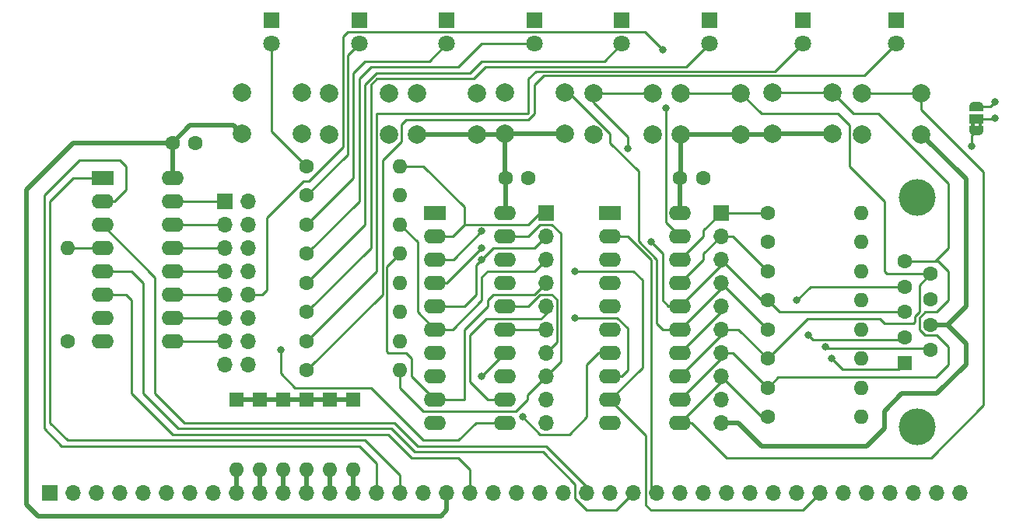
<source format=gbr>
G04 #@! TF.GenerationSoftware,KiCad,Pcbnew,8.0.3*
G04 #@! TF.CreationDate,2024-07-14T21:47:18+02:00*
G04 #@! TF.ProjectId,aZ80_DIO,615a3830-5f44-4494-9f2e-6b696361645f,rev?*
G04 #@! TF.SameCoordinates,Original*
G04 #@! TF.FileFunction,Copper,L1,Top*
G04 #@! TF.FilePolarity,Positive*
%FSLAX46Y46*%
G04 Gerber Fmt 4.6, Leading zero omitted, Abs format (unit mm)*
G04 Created by KiCad (PCBNEW 8.0.3) date 2024-07-14 21:47:18*
%MOMM*%
%LPD*%
G01*
G04 APERTURE LIST*
G04 Aperture macros list*
%AMFreePoly0*
4,1,19,0.550000,-0.750000,0.000000,-0.750000,0.000000,-0.744911,-0.071157,-0.744911,-0.207708,-0.704816,-0.327430,-0.627875,-0.420627,-0.520320,-0.479746,-0.390866,-0.500000,-0.250000,-0.500000,0.250000,-0.479746,0.390866,-0.420627,0.520320,-0.327430,0.627875,-0.207708,0.704816,-0.071157,0.744911,0.000000,0.744911,0.000000,0.750000,0.550000,0.750000,0.550000,-0.750000,0.550000,-0.750000,
$1*%
%AMFreePoly1*
4,1,19,0.000000,0.744911,0.071157,0.744911,0.207708,0.704816,0.327430,0.627875,0.420627,0.520320,0.479746,0.390866,0.500000,0.250000,0.500000,-0.250000,0.479746,-0.390866,0.420627,-0.520320,0.327430,-0.627875,0.207708,-0.704816,0.071157,-0.744911,0.000000,-0.744911,0.000000,-0.750000,-0.550000,-0.750000,-0.550000,0.750000,0.000000,0.750000,0.000000,0.744911,0.000000,0.744911,
$1*%
G04 Aperture macros list end*
G04 #@! TA.AperFunction,EtchedComponent*
%ADD10C,0.000000*%
G04 #@! TD*
G04 #@! TA.AperFunction,SMDPad,CuDef*
%ADD11FreePoly0,90.000000*%
G04 #@! TD*
G04 #@! TA.AperFunction,SMDPad,CuDef*
%ADD12R,1.500000X1.000000*%
G04 #@! TD*
G04 #@! TA.AperFunction,SMDPad,CuDef*
%ADD13FreePoly1,90.000000*%
G04 #@! TD*
G04 #@! TA.AperFunction,ComponentPad*
%ADD14C,4.000000*%
G04 #@! TD*
G04 #@! TA.AperFunction,ComponentPad*
%ADD15R,1.600000X1.600000*%
G04 #@! TD*
G04 #@! TA.AperFunction,ComponentPad*
%ADD16C,1.600000*%
G04 #@! TD*
G04 #@! TA.AperFunction,ComponentPad*
%ADD17O,1.600000X1.600000*%
G04 #@! TD*
G04 #@! TA.AperFunction,ComponentPad*
%ADD18R,2.400000X1.600000*%
G04 #@! TD*
G04 #@! TA.AperFunction,ComponentPad*
%ADD19O,2.400000X1.600000*%
G04 #@! TD*
G04 #@! TA.AperFunction,ComponentPad*
%ADD20R,1.800000X1.800000*%
G04 #@! TD*
G04 #@! TA.AperFunction,ComponentPad*
%ADD21C,1.800000*%
G04 #@! TD*
G04 #@! TA.AperFunction,ComponentPad*
%ADD22C,2.000000*%
G04 #@! TD*
G04 #@! TA.AperFunction,ComponentPad*
%ADD23R,1.700000X1.700000*%
G04 #@! TD*
G04 #@! TA.AperFunction,ComponentPad*
%ADD24O,1.700000X1.700000*%
G04 #@! TD*
G04 #@! TA.AperFunction,ViaPad*
%ADD25C,0.800000*%
G04 #@! TD*
G04 #@! TA.AperFunction,Conductor*
%ADD26C,0.250000*%
G04 #@! TD*
G04 #@! TA.AperFunction,Conductor*
%ADD27C,0.500000*%
G04 #@! TD*
G04 APERTURE END LIST*
D10*
G04 #@! TA.AperFunction,EtchedComponent*
G36*
X189538000Y-70018000D02*
G01*
X189138000Y-70018000D01*
X189138000Y-69518000D01*
X189538000Y-69518000D01*
X189538000Y-70018000D01*
G37*
G04 #@! TD.AperFunction*
G04 #@! TA.AperFunction,EtchedComponent*
G36*
X190338000Y-70018000D02*
G01*
X189938000Y-70018000D01*
X189938000Y-69518000D01*
X190338000Y-69518000D01*
X190338000Y-70018000D01*
G37*
G04 #@! TD.AperFunction*
D11*
X189738000Y-70418000D03*
D12*
X189738000Y-69118000D03*
D13*
X189738000Y-67818000D03*
D14*
X183319669Y-102680000D03*
X183319669Y-77680000D03*
D15*
X181899669Y-95720000D03*
D16*
X181899669Y-92950000D03*
X181899669Y-90180000D03*
X181899669Y-87410000D03*
X181899669Y-84640000D03*
X184739669Y-94335000D03*
X184739669Y-91565000D03*
X184739669Y-88795000D03*
X184739669Y-86025000D03*
X116840000Y-80645000D03*
D17*
X127000000Y-80645000D03*
D15*
X116840000Y-99695000D03*
D17*
X116840000Y-107315000D03*
D16*
X167005000Y-85725000D03*
D17*
X177165000Y-85725000D03*
D16*
X102235000Y-71755000D03*
X104735000Y-71755000D03*
D15*
X114300000Y-99695000D03*
D17*
X114300000Y-107315000D03*
D16*
X116840000Y-83820000D03*
D17*
X127000000Y-83820000D03*
D18*
X149860000Y-79375000D03*
D19*
X149860000Y-81915000D03*
X149860000Y-84455000D03*
X149860000Y-86995000D03*
X149860000Y-89535000D03*
X149860000Y-92075000D03*
X149860000Y-94615000D03*
X149860000Y-97155000D03*
X149860000Y-99695000D03*
X149860000Y-102235000D03*
X157480000Y-102235000D03*
X157480000Y-99695000D03*
X157480000Y-97155000D03*
X157480000Y-94615000D03*
X157480000Y-92075000D03*
X157480000Y-89535000D03*
X157480000Y-86995000D03*
X157480000Y-84455000D03*
X157480000Y-81915000D03*
X157480000Y-79375000D03*
D20*
X122555000Y-58420000D03*
D21*
X122555000Y-60960000D03*
D22*
X109780000Y-66275000D03*
X116280000Y-66275000D03*
X109780000Y-70775000D03*
X116280000Y-70775000D03*
D20*
X151130000Y-58420000D03*
D21*
X151130000Y-60960000D03*
D16*
X116840000Y-77470000D03*
D17*
X127000000Y-77470000D03*
D20*
X160655000Y-58420000D03*
D21*
X160655000Y-60960000D03*
D22*
X177240000Y-66330000D03*
X183740000Y-66330000D03*
X177240000Y-70830000D03*
X183740000Y-70830000D03*
D20*
X132080000Y-58420000D03*
D21*
X132080000Y-60960000D03*
D16*
X167005000Y-79375000D03*
D17*
X177165000Y-79375000D03*
D16*
X167005000Y-98425000D03*
D17*
X177165000Y-98425000D03*
D16*
X116840000Y-90170000D03*
D17*
X127000000Y-90170000D03*
D16*
X167005000Y-101600000D03*
D17*
X177165000Y-101600000D03*
D22*
X119305000Y-66330000D03*
X125805000Y-66330000D03*
X119305000Y-70830000D03*
X125805000Y-70830000D03*
D23*
X161925000Y-79375000D03*
D24*
X161925000Y-81915000D03*
X161925000Y-84455000D03*
X161925000Y-86995000D03*
X161925000Y-89535000D03*
X161925000Y-92075000D03*
X161925000Y-94615000D03*
X161925000Y-97155000D03*
X161925000Y-99695000D03*
X161925000Y-102235000D03*
D15*
X109220000Y-99695000D03*
D17*
X109220000Y-107315000D03*
D15*
X111760000Y-99695000D03*
D17*
X111760000Y-107315000D03*
D16*
X167005000Y-82550000D03*
D17*
X177165000Y-82550000D03*
D16*
X138450000Y-75565000D03*
X140950000Y-75565000D03*
D18*
X94600000Y-75580000D03*
D19*
X94600000Y-78120000D03*
X94600000Y-80660000D03*
X94600000Y-83200000D03*
X94600000Y-85740000D03*
X94600000Y-88280000D03*
X94600000Y-90820000D03*
X94600000Y-93360000D03*
X102220000Y-93360000D03*
X102220000Y-90820000D03*
X102220000Y-88280000D03*
X102220000Y-85740000D03*
X102220000Y-83200000D03*
X102220000Y-80660000D03*
X102220000Y-78120000D03*
X102220000Y-75580000D03*
D16*
X116840000Y-86995000D03*
D17*
X127000000Y-86995000D03*
D18*
X130810000Y-79375000D03*
D19*
X130810000Y-81915000D03*
X130810000Y-84455000D03*
X130810000Y-86995000D03*
X130810000Y-89535000D03*
X130810000Y-92075000D03*
X130810000Y-94615000D03*
X130810000Y-97155000D03*
X130810000Y-99695000D03*
X130810000Y-102235000D03*
X138430000Y-102235000D03*
X138430000Y-99695000D03*
X138430000Y-97155000D03*
X138430000Y-94615000D03*
X138430000Y-92075000D03*
X138430000Y-89535000D03*
X138430000Y-86995000D03*
X138430000Y-84455000D03*
X138430000Y-81915000D03*
X138430000Y-79375000D03*
D16*
X167005000Y-88900000D03*
D17*
X177165000Y-88900000D03*
D16*
X116840000Y-96520000D03*
D17*
X127000000Y-96520000D03*
D16*
X90805000Y-93345000D03*
D17*
X90805000Y-83185000D03*
D16*
X157480000Y-75565000D03*
X159980000Y-75565000D03*
D15*
X119380000Y-99695000D03*
D17*
X119380000Y-107315000D03*
D16*
X116840000Y-74295000D03*
D17*
X127000000Y-74295000D03*
D20*
X113030000Y-58420000D03*
D21*
X113030000Y-60960000D03*
D22*
X148030000Y-66330000D03*
X154530000Y-66330000D03*
X148030000Y-70830000D03*
X154530000Y-70830000D03*
D16*
X116840000Y-93345000D03*
D17*
X127000000Y-93345000D03*
D22*
X128830000Y-66330000D03*
X135330000Y-66330000D03*
X128830000Y-70830000D03*
X135330000Y-70830000D03*
D20*
X170815000Y-58420000D03*
D21*
X170815000Y-60960000D03*
D15*
X121920000Y-99695000D03*
D17*
X121920000Y-107315000D03*
D20*
X141605000Y-58420000D03*
D21*
X141605000Y-60960000D03*
D16*
X167005000Y-92075000D03*
D17*
X177165000Y-92075000D03*
D22*
X167565000Y-66275000D03*
X174065000Y-66275000D03*
X167565000Y-70775000D03*
X174065000Y-70775000D03*
D20*
X180975000Y-58420000D03*
D21*
X180975000Y-60960000D03*
D23*
X107950000Y-78105000D03*
D24*
X110490000Y-78105000D03*
X107950000Y-80645000D03*
X110490000Y-80645000D03*
X107950000Y-83185000D03*
X110490000Y-83185000D03*
X107950000Y-85725000D03*
X110490000Y-85725000D03*
X107950000Y-88265000D03*
X110490000Y-88265000D03*
X107950000Y-90805000D03*
X110490000Y-90805000D03*
X107950000Y-93345000D03*
X110490000Y-93345000D03*
X107950000Y-95885000D03*
X110490000Y-95885000D03*
D23*
X142875000Y-79375000D03*
D24*
X142875000Y-81915000D03*
X142875000Y-84455000D03*
X142875000Y-86995000D03*
X142875000Y-89535000D03*
X142875000Y-92075000D03*
X142875000Y-94615000D03*
X142875000Y-97155000D03*
X142875000Y-99695000D03*
X142875000Y-102235000D03*
D22*
X138430000Y-66275000D03*
X144930000Y-66275000D03*
X138430000Y-70775000D03*
X144930000Y-70775000D03*
D16*
X167005000Y-95250000D03*
D17*
X177165000Y-95250000D03*
D22*
X157555000Y-66330000D03*
X164055000Y-66330000D03*
X157555000Y-70830000D03*
X164055000Y-70830000D03*
D23*
X88900000Y-109855000D03*
D24*
X91440000Y-109855000D03*
X93980000Y-109855000D03*
X96520000Y-109855000D03*
X99060000Y-109855000D03*
X101600000Y-109855000D03*
X104140000Y-109855000D03*
X106680000Y-109855000D03*
X109220000Y-109855000D03*
X111760000Y-109855000D03*
X114300000Y-109855000D03*
X116840000Y-109855000D03*
X119380000Y-109855000D03*
X121920000Y-109855000D03*
X124460000Y-109855000D03*
X127000000Y-109855000D03*
X129540000Y-109855000D03*
X132080000Y-109855000D03*
X134620000Y-109855000D03*
X137160000Y-109855000D03*
X139700000Y-109855000D03*
X142240000Y-109855000D03*
X144780000Y-109855000D03*
X147320000Y-109855000D03*
X149860000Y-109855000D03*
X152400000Y-109855000D03*
X154940000Y-109855000D03*
X157480000Y-109855000D03*
X160020000Y-109855000D03*
X162560000Y-109855000D03*
X165100000Y-109855000D03*
X167640000Y-109855000D03*
X170180000Y-109855000D03*
X172720000Y-109855000D03*
X175260000Y-109855000D03*
X177800000Y-109855000D03*
X180340000Y-109855000D03*
X182880000Y-109855000D03*
X185420000Y-109855000D03*
X187960000Y-109855000D03*
D25*
X191770000Y-67310000D03*
X189230000Y-72136000D03*
X191770000Y-69088000D03*
X146050000Y-85725000D03*
X146050000Y-90805000D03*
X135890000Y-97155000D03*
X140335000Y-101600000D03*
X135890000Y-83185000D03*
X135890000Y-81369500D03*
X173265500Y-93980000D03*
X151765000Y-72390000D03*
X170180000Y-88900000D03*
X154305000Y-82550000D03*
X171450000Y-92710000D03*
X173990000Y-95250000D03*
X155575000Y-61595000D03*
X155955000Y-67945000D03*
X113982500Y-94297500D03*
X135890000Y-84455000D03*
D26*
X189738000Y-67818000D02*
X191262000Y-67818000D01*
X191262000Y-67818000D02*
X191770000Y-67310000D01*
X191740000Y-69118000D02*
X189738000Y-69118000D01*
X191770000Y-69088000D02*
X191740000Y-69118000D01*
X189230000Y-70926000D02*
X189738000Y-70418000D01*
X189230000Y-72136000D02*
X189230000Y-70926000D01*
D27*
X182980000Y-109450000D02*
X182980000Y-110000000D01*
D26*
X153765000Y-111220000D02*
X154305000Y-111760000D01*
X149860000Y-99695000D02*
X153765000Y-103600000D01*
X153765000Y-103600000D02*
X153765000Y-111220000D01*
X154305000Y-111760000D02*
X170815000Y-111760000D01*
X153351104Y-96203896D02*
X149860000Y-99695000D01*
X146050000Y-85725000D02*
X152400000Y-85725000D01*
X153351104Y-86676104D02*
X153351104Y-96203896D01*
X170815000Y-111760000D02*
X172720000Y-109855000D01*
X152400000Y-85725000D02*
X153351104Y-86676104D01*
X150640000Y-90805000D02*
X151765000Y-91930000D01*
X151130000Y-97155000D02*
X149860000Y-97155000D01*
X146050000Y-90805000D02*
X150640000Y-90805000D01*
X151765000Y-96520000D02*
X151130000Y-97155000D01*
X151765000Y-91930000D02*
X151765000Y-96520000D01*
X137702399Y-95342601D02*
X135890000Y-97155000D01*
X138430000Y-94615000D02*
X137702399Y-95342601D01*
X147320000Y-101600000D02*
X147320000Y-95885000D01*
X140335000Y-101600000D02*
X142240000Y-103505000D01*
X148590000Y-94615000D02*
X149860000Y-94615000D01*
X147320000Y-95885000D02*
X148590000Y-94615000D01*
X145415000Y-103505000D02*
X147320000Y-101600000D01*
X142240000Y-103505000D02*
X145415000Y-103505000D01*
X132080000Y-86995000D02*
X135890000Y-83185000D01*
X130810000Y-86995000D02*
X132080000Y-86995000D01*
X154304302Y-84455698D02*
X154304302Y-109219302D01*
X132804500Y-84455000D02*
X135890000Y-81369500D01*
X149860000Y-81915000D02*
X151763604Y-81915000D01*
X154304302Y-109219302D02*
X154940000Y-109855000D01*
X151763604Y-81915000D02*
X154304302Y-84455698D01*
X130810000Y-84455000D02*
X132804500Y-84455000D01*
X97805000Y-85740000D02*
X99060000Y-86995000D01*
X146050000Y-108902500D02*
X146050000Y-110490000D01*
X142557500Y-105410000D02*
X146050000Y-108902500D01*
X99060000Y-99060000D02*
X102870000Y-102870000D01*
X94600000Y-85740000D02*
X97805000Y-85740000D01*
X99060000Y-86995000D02*
X99060000Y-99060000D01*
X147320000Y-111760000D02*
X150495000Y-111760000D01*
X128586802Y-105410000D02*
X142557500Y-105410000D01*
X126046802Y-102870000D02*
X128586802Y-105410000D01*
X150495000Y-111760000D02*
X152400000Y-109855000D01*
X102870000Y-102870000D02*
X126046802Y-102870000D01*
X146050000Y-110490000D02*
X147320000Y-111760000D01*
X94600000Y-80660000D02*
X100330000Y-86390000D01*
X147320000Y-109220000D02*
X147320000Y-109855000D01*
X100330000Y-86390000D02*
X100330000Y-99060000D01*
X126365000Y-102235000D02*
X128905000Y-104775000D01*
X103505000Y-102235000D02*
X126365000Y-102235000D01*
X100330000Y-99060000D02*
X103505000Y-102235000D01*
X128905000Y-104775000D02*
X142875000Y-104775000D01*
X142875000Y-104775000D02*
X147320000Y-109220000D01*
X97790000Y-88900000D02*
X97790000Y-99060000D01*
X95265000Y-88280000D02*
X94600000Y-88280000D01*
X128270000Y-106045000D02*
X133350000Y-106045000D01*
X97170000Y-88280000D02*
X97790000Y-88900000D01*
X97790000Y-99060000D02*
X102235000Y-103505000D01*
X94600000Y-88280000D02*
X97170000Y-88280000D01*
X134620000Y-107315000D02*
X134620000Y-109855000D01*
X125730000Y-103505000D02*
X128270000Y-106045000D01*
X133350000Y-106045000D02*
X134620000Y-107315000D01*
X102235000Y-103505000D02*
X125730000Y-103505000D01*
D27*
X132080000Y-111760000D02*
X131445000Y-112395000D01*
X161925000Y-102235000D02*
X163830000Y-102235000D01*
X188595000Y-89535000D02*
X186565000Y-91565000D01*
X186565000Y-91565000D02*
X184739669Y-91565000D01*
D26*
X102220000Y-72365000D02*
X102235000Y-72350000D01*
D27*
X102235000Y-75565000D02*
X102220000Y-75580000D01*
X86360000Y-111125000D02*
X86360000Y-76835000D01*
X128830000Y-70830000D02*
X135330000Y-70830000D01*
X185420000Y-99060000D02*
X188595000Y-95885000D01*
X177800000Y-104775000D02*
X179705000Y-102870000D01*
X108855000Y-69850000D02*
X109780000Y-70775000D01*
X157555000Y-75490000D02*
X157480000Y-75565000D01*
D26*
X102220000Y-75580000D02*
X102220000Y-74945000D01*
X102220000Y-74945000D02*
X102235000Y-74930000D01*
D27*
X166370000Y-104775000D02*
X177800000Y-104775000D01*
X157480000Y-75565000D02*
X157480000Y-79375000D01*
X188595000Y-93595000D02*
X186565000Y-91565000D01*
X102235000Y-71755000D02*
X104140000Y-69850000D01*
X138430000Y-70775000D02*
X138430000Y-75545000D01*
X157555000Y-70830000D02*
X157555000Y-75490000D01*
X179705000Y-102870000D02*
X179705000Y-100965000D01*
X102235000Y-71755000D02*
X102235000Y-75565000D01*
X179705000Y-100965000D02*
X181610000Y-99060000D01*
X138450000Y-79355000D02*
X138430000Y-79375000D01*
X138375000Y-70830000D02*
X138430000Y-70775000D01*
X86360000Y-76835000D02*
X91440000Y-71755000D01*
X104140000Y-69850000D02*
X108855000Y-69850000D01*
X135330000Y-70830000D02*
X138375000Y-70830000D01*
X119250000Y-70775000D02*
X119305000Y-70830000D01*
X147975000Y-70775000D02*
X148030000Y-70830000D01*
X138450000Y-75565000D02*
X138450000Y-79355000D01*
X164055000Y-70830000D02*
X167510000Y-70830000D01*
X181610000Y-99060000D02*
X185420000Y-99060000D01*
X163830000Y-102235000D02*
X166370000Y-104775000D01*
X138430000Y-75545000D02*
X138450000Y-75565000D01*
X167510000Y-70830000D02*
X167565000Y-70775000D01*
X138430000Y-70775000D02*
X144930000Y-70775000D01*
X91440000Y-71755000D02*
X102235000Y-71755000D01*
X132080000Y-109855000D02*
X132080000Y-111760000D01*
X183740000Y-70830000D02*
X188595000Y-75685000D01*
X188595000Y-75685000D02*
X188595000Y-89535000D01*
X131445000Y-112395000D02*
X87630000Y-112395000D01*
X87630000Y-112395000D02*
X86360000Y-111125000D01*
X167565000Y-70775000D02*
X174065000Y-70775000D01*
X157555000Y-70830000D02*
X164055000Y-70830000D01*
X188595000Y-95885000D02*
X188595000Y-93595000D01*
D26*
X94580000Y-75560000D02*
X94600000Y-75580000D01*
X90805000Y-104140000D02*
X88900000Y-102235000D01*
X88900000Y-102235000D02*
X88900000Y-78105000D01*
X127000000Y-107950000D02*
X123190000Y-104140000D01*
X123190000Y-104140000D02*
X90805000Y-104140000D01*
X91425000Y-75580000D02*
X94600000Y-75580000D01*
X88900000Y-78105000D02*
X91425000Y-75580000D01*
X127000000Y-109855000D02*
X127000000Y-107950000D01*
X95870000Y-78120000D02*
X94600000Y-78120000D01*
X88265000Y-77470000D02*
X92075000Y-73660000D01*
X97155000Y-76835000D02*
X95870000Y-78120000D01*
X97155000Y-74295000D02*
X97155000Y-76835000D01*
X96520000Y-73660000D02*
X97155000Y-74295000D01*
X122555000Y-104775000D02*
X90170000Y-104775000D01*
X88265000Y-102870000D02*
X88265000Y-77470000D01*
X92075000Y-73660000D02*
X96520000Y-73660000D01*
X90170000Y-104775000D02*
X88265000Y-102870000D01*
X124460000Y-109855000D02*
X124460000Y-106680000D01*
X124460000Y-106680000D02*
X122555000Y-104775000D01*
D27*
X121920000Y-109855000D02*
X121920000Y-107315000D01*
X119380000Y-109855000D02*
X119380000Y-107315000D01*
X116840000Y-109855000D02*
X116840000Y-107315000D01*
X114300000Y-109855000D02*
X114300000Y-107315000D01*
X111760000Y-109855000D02*
X111760000Y-107315000D01*
X109220000Y-109855000D02*
X109220000Y-107315000D01*
D26*
X113030000Y-70485000D02*
X113030000Y-60960000D01*
X116840000Y-74295000D02*
X113030000Y-70485000D01*
X121285000Y-73025000D02*
X121285000Y-62230000D01*
X116840000Y-77470000D02*
X121285000Y-73025000D01*
X121285000Y-62230000D02*
X122555000Y-60960000D01*
X121920000Y-64135000D02*
X123190000Y-62865000D01*
X121920000Y-75565000D02*
X121920000Y-64135000D01*
X116840000Y-80645000D02*
X121920000Y-75565000D01*
X123190000Y-62865000D02*
X130175000Y-62865000D01*
X130175000Y-62865000D02*
X132080000Y-60960000D01*
X135890000Y-60960000D02*
X141605000Y-60960000D01*
X123825000Y-63500000D02*
X133350000Y-63500000D01*
X122555000Y-64770000D02*
X123825000Y-63500000D01*
X122555000Y-78105000D02*
X122555000Y-64770000D01*
X116840000Y-83820000D02*
X122555000Y-78105000D01*
X133350000Y-63500000D02*
X135890000Y-60960000D01*
X124460000Y-64135000D02*
X134620000Y-64135000D01*
X135890000Y-62865000D02*
X149225000Y-62865000D01*
X123190000Y-80645000D02*
X123190000Y-65405000D01*
X134620000Y-64135000D02*
X135890000Y-62865000D01*
X123190000Y-65405000D02*
X124460000Y-64135000D01*
X149225000Y-62865000D02*
X151130000Y-60960000D01*
X116840000Y-86995000D02*
X123190000Y-80645000D01*
X123825698Y-83184302D02*
X116840000Y-90170000D01*
X158115000Y-63500000D02*
X136286166Y-63500000D01*
X136286166Y-63500000D02*
X135016166Y-64770000D01*
X124461396Y-64770000D02*
X123825698Y-65405698D01*
X135016166Y-64770000D02*
X124461396Y-64770000D01*
X123825698Y-65405698D02*
X123825698Y-83184302D01*
X160655000Y-60960000D02*
X158115000Y-63500000D01*
X140970000Y-64770000D02*
X140970000Y-68580000D01*
X141790000Y-63950000D02*
X140970000Y-64770000D01*
X140970000Y-68580000D02*
X124460000Y-68580000D01*
X124460000Y-68580000D02*
X124460000Y-85725000D01*
X124460000Y-85725000D02*
X116840000Y-93345000D01*
X167825000Y-63950000D02*
X141790000Y-63950000D01*
X170815000Y-60960000D02*
X167825000Y-63950000D01*
X127130000Y-69720000D02*
X127130000Y-71625000D01*
X116840000Y-96520000D02*
X125095000Y-88265000D01*
X127635000Y-69215000D02*
X127130000Y-69720000D01*
X140971396Y-69215000D02*
X141605000Y-68581396D01*
X127130000Y-71625000D02*
X125095000Y-73660000D01*
X177535000Y-64400000D02*
X180975000Y-60960000D01*
X142610000Y-64400000D02*
X177535000Y-64400000D01*
X141605000Y-65405000D02*
X142610000Y-64400000D01*
X125095000Y-88265000D02*
X125095000Y-73660000D01*
X127635000Y-69215000D02*
X140971396Y-69215000D01*
X141605000Y-68581396D02*
X141605000Y-65405000D01*
X94585000Y-83185000D02*
X94600000Y-83200000D01*
X90805000Y-83185000D02*
X90820000Y-83200000D01*
D27*
X121920000Y-99695000D02*
X119380000Y-99695000D01*
X119380000Y-99695000D02*
X116840000Y-99695000D01*
X116840000Y-99695000D02*
X114300000Y-99695000D01*
D26*
X90805000Y-83185000D02*
X94585000Y-83185000D01*
D27*
X111760000Y-99695000D02*
X109220000Y-99695000D01*
X114300000Y-99695000D02*
X111760000Y-99695000D01*
D26*
X183515000Y-87249669D02*
X184739669Y-86025000D01*
X179705000Y-78105000D02*
X179705000Y-85725000D01*
X175895000Y-74295000D02*
X179705000Y-78105000D01*
X180005000Y-86025000D02*
X184739669Y-86025000D01*
X174625000Y-68580000D02*
X175895000Y-69850000D01*
X157555000Y-66330000D02*
X164055000Y-66330000D01*
X161925000Y-92710000D02*
X157480000Y-97155000D01*
X171305000Y-90950000D02*
X179215000Y-90950000D01*
X164055000Y-66330000D02*
X166305000Y-68580000D01*
X179705000Y-91440000D02*
X182880000Y-91440000D01*
X182880000Y-91440000D02*
X183065000Y-91255000D01*
X179705000Y-85725000D02*
X180005000Y-86025000D01*
X161925000Y-92075000D02*
X163830000Y-92075000D01*
X183065000Y-90618604D02*
X183515000Y-90168604D01*
X167005000Y-95250000D02*
X171305000Y-90950000D01*
X161925000Y-92075000D02*
X161925000Y-92710000D01*
X175895000Y-69850000D02*
X175895000Y-74295000D01*
X163830000Y-92075000D02*
X167005000Y-95250000D01*
X183065000Y-91255000D02*
X183065000Y-90618604D01*
X166305000Y-68580000D02*
X174625000Y-68580000D01*
X183515000Y-90168604D02*
X183515000Y-87249669D01*
X179215000Y-90950000D02*
X179705000Y-91440000D01*
X161925000Y-90170000D02*
X157480000Y-94615000D01*
X173265500Y-93980000D02*
X173410500Y-94125000D01*
X148030000Y-67385000D02*
X148030000Y-66330000D01*
X151765000Y-72390000D02*
X151765000Y-71120000D01*
X151765000Y-71120000D02*
X148030000Y-67385000D01*
X161925000Y-89535000D02*
X161925000Y-90170000D01*
X173410500Y-94125000D02*
X184529669Y-94125000D01*
X184529669Y-94125000D02*
X184739669Y-94335000D01*
X148030000Y-66330000D02*
X154530000Y-66330000D01*
X186690000Y-85725000D02*
X185605000Y-84640000D01*
X185420000Y-92710000D02*
X184150000Y-92710000D01*
X163195000Y-94615000D02*
X167005000Y-98425000D01*
X186690000Y-88900000D02*
X186690000Y-85725000D01*
X185420000Y-90170000D02*
X186690000Y-88900000D01*
X186690000Y-95885000D02*
X186690000Y-93980000D01*
X185605000Y-84640000D02*
X181899669Y-84640000D01*
X161925000Y-95250000D02*
X157480000Y-99695000D01*
X183515000Y-90805000D02*
X184150000Y-90170000D01*
X167565000Y-66275000D02*
X174065000Y-66275000D01*
X186690000Y-93980000D02*
X185420000Y-92710000D01*
X185275000Y-97300000D02*
X186690000Y-95885000D01*
X168130000Y-97300000D02*
X185275000Y-97300000D01*
X186690000Y-83185000D02*
X186690000Y-76200000D01*
X186690000Y-76200000D02*
X179070000Y-68580000D01*
X184150000Y-92710000D02*
X183515000Y-92075000D01*
X179070000Y-68580000D02*
X176370000Y-68580000D01*
X181899669Y-84640000D02*
X185235000Y-84640000D01*
X185235000Y-84640000D02*
X186690000Y-83185000D01*
X167005000Y-98425000D02*
X168130000Y-97300000D01*
X176370000Y-68580000D02*
X174065000Y-66275000D01*
X161925000Y-94615000D02*
X163195000Y-94615000D01*
X183515000Y-92075000D02*
X183515000Y-90805000D01*
X161925000Y-94615000D02*
X161925000Y-95250000D01*
X184150000Y-90170000D02*
X185420000Y-90170000D01*
X161925000Y-86995000D02*
X167005000Y-92075000D01*
X149860000Y-70786166D02*
X149860000Y-71755000D01*
X152945000Y-74840000D02*
X152945000Y-82460000D01*
X161925000Y-86995000D02*
X161925000Y-87630000D01*
X152945000Y-82460000D02*
X154940000Y-84455000D01*
X154940000Y-91440000D02*
X155575000Y-92075000D01*
X161925000Y-87630000D02*
X157480000Y-92075000D01*
X171670000Y-87410000D02*
X181899669Y-87410000D01*
X149860000Y-71755000D02*
X152945000Y-74840000D01*
X170180000Y-88900000D02*
X171670000Y-87410000D01*
X145348834Y-66275000D02*
X149860000Y-70786166D01*
X154940000Y-84455000D02*
X154940000Y-91440000D01*
X155575000Y-92075000D02*
X157480000Y-92075000D01*
X144930000Y-66275000D02*
X145348834Y-66275000D01*
X156210000Y-89535000D02*
X157480000Y-89535000D01*
X161925000Y-84455000D02*
X161925000Y-85090000D01*
X161925000Y-85090000D02*
X157480000Y-89535000D01*
X155575000Y-88900000D02*
X156210000Y-89535000D01*
X181899669Y-90180000D02*
X168285000Y-90180000D01*
X154305000Y-82550000D02*
X155575000Y-83820000D01*
X168285000Y-90180000D02*
X167005000Y-88900000D01*
X161925000Y-84455000D02*
X166370000Y-88900000D01*
X166370000Y-88900000D02*
X167005000Y-88900000D01*
X155575000Y-83820000D02*
X155575000Y-88900000D01*
X181639669Y-93210000D02*
X171950000Y-93210000D01*
X160020000Y-84455000D02*
X157480000Y-86995000D01*
X161925000Y-81915000D02*
X163195000Y-81915000D01*
X161925000Y-81915000D02*
X160020000Y-83820000D01*
X163195000Y-81915000D02*
X167005000Y-85725000D01*
X181899669Y-92950000D02*
X181639669Y-93210000D01*
X171950000Y-93210000D02*
X171450000Y-92710000D01*
X160020000Y-83820000D02*
X160020000Y-84455000D01*
X161925000Y-79375000D02*
X160020000Y-81280000D01*
X160020000Y-81915000D02*
X157480000Y-84455000D01*
X175115000Y-96375000D02*
X173990000Y-95250000D01*
X167005000Y-79375000D02*
X161925000Y-79375000D01*
X160020000Y-81280000D02*
X160020000Y-81915000D01*
X181244669Y-96375000D02*
X175115000Y-96375000D01*
X181899669Y-95720000D02*
X181244669Y-96375000D01*
X107935000Y-78120000D02*
X107950000Y-78105000D01*
X102220000Y-78120000D02*
X107935000Y-78120000D01*
X117094000Y-75946000D02*
X120835000Y-72205000D01*
X112522000Y-87757000D02*
X112522000Y-79883000D01*
X112522000Y-87757000D02*
X112014000Y-88265000D01*
X120835000Y-60140000D02*
X121285000Y-59690000D01*
X153670000Y-59690000D02*
X155575000Y-61595000D01*
X155955000Y-80390000D02*
X157480000Y-81915000D01*
X155955000Y-67945000D02*
X155955000Y-80390000D01*
X112522000Y-79883000D02*
X116459000Y-75946000D01*
X116459000Y-75946000D02*
X117094000Y-75946000D01*
X121285000Y-59690000D02*
X153670000Y-59690000D01*
X120835000Y-72205000D02*
X120835000Y-60140000D01*
X112014000Y-88265000D02*
X110490000Y-88265000D01*
X102220000Y-80660000D02*
X107935000Y-80660000D01*
X107935000Y-80660000D02*
X107950000Y-80645000D01*
X102220000Y-83200000D02*
X107935000Y-83200000D01*
X107935000Y-83200000D02*
X107950000Y-83185000D01*
X102220000Y-85740000D02*
X107935000Y-85740000D01*
X107935000Y-85740000D02*
X107950000Y-85725000D01*
X102220000Y-88280000D02*
X107935000Y-88280000D01*
X107935000Y-88280000D02*
X107950000Y-88265000D01*
X138430000Y-102235000D02*
X135255000Y-102235000D01*
X129540000Y-104140000D02*
X123825000Y-98425000D01*
X133350000Y-104140000D02*
X129540000Y-104140000D01*
X123825000Y-98425000D02*
X115570000Y-98425000D01*
X115570000Y-98425000D02*
X113982500Y-96837500D01*
X135255000Y-102235000D02*
X133350000Y-104140000D01*
X113982500Y-96837500D02*
X113982500Y-94297500D01*
X107935000Y-90820000D02*
X107950000Y-90805000D01*
X102220000Y-90820000D02*
X107935000Y-90820000D01*
X107935000Y-93360000D02*
X107950000Y-93345000D01*
X102220000Y-93360000D02*
X107935000Y-93360000D01*
X142240000Y-79375000D02*
X142875000Y-79375000D01*
X132715000Y-81915000D02*
X133985000Y-80645000D01*
X130810000Y-81915000D02*
X132715000Y-81915000D01*
X133985000Y-78740000D02*
X133985000Y-80645000D01*
X133985000Y-80645000D02*
X140970000Y-80645000D01*
X127000000Y-74295000D02*
X129540000Y-74295000D01*
X129540000Y-74295000D02*
X133985000Y-78740000D01*
X140970000Y-80645000D02*
X142240000Y-79375000D01*
X141605000Y-83185000D02*
X142875000Y-81915000D01*
X135255000Y-88265000D02*
X133985000Y-89535000D01*
X135255000Y-85090000D02*
X135255000Y-88265000D01*
X135890000Y-84455000D02*
X137160000Y-83185000D01*
X133985000Y-89535000D02*
X130810000Y-89535000D01*
X135890000Y-84455000D02*
X135255000Y-85090000D01*
X137160000Y-83185000D02*
X141605000Y-83185000D01*
X128905000Y-90170000D02*
X130810000Y-92075000D01*
X127000000Y-80645000D02*
X128905000Y-82550000D01*
X135890000Y-86360000D02*
X135890000Y-88900000D01*
X141605000Y-85725000D02*
X136525000Y-85725000D01*
X135890000Y-88900000D02*
X132715000Y-92075000D01*
X142875000Y-84455000D02*
X141605000Y-85725000D01*
X128905000Y-82550000D02*
X128905000Y-90170000D01*
X132715000Y-92075000D02*
X130810000Y-92075000D01*
X136525000Y-85725000D02*
X135890000Y-86360000D01*
X136525000Y-89535000D02*
X133985000Y-92075000D01*
X128270000Y-97155000D02*
X130810000Y-99695000D01*
X127635000Y-94615000D02*
X128270000Y-95250000D01*
X142875000Y-86995000D02*
X141605000Y-88265000D01*
X128270000Y-95250000D02*
X128270000Y-97155000D01*
X133985000Y-92075000D02*
X133985000Y-99695000D01*
X125545000Y-85275000D02*
X125545000Y-94430000D01*
X125545000Y-94430000D02*
X125730000Y-94615000D01*
X137160000Y-88265000D02*
X136525000Y-88900000D01*
X133985000Y-99695000D02*
X130810000Y-99695000D01*
X127000000Y-83820000D02*
X125545000Y-85275000D01*
X136525000Y-88900000D02*
X136525000Y-89535000D01*
X125730000Y-94615000D02*
X127635000Y-94615000D01*
X141605000Y-88265000D02*
X137160000Y-88265000D01*
X142875000Y-89535000D02*
X142875000Y-90380344D01*
X134620000Y-97790000D02*
X136525000Y-99695000D01*
X142305344Y-90950000D02*
X136380000Y-90950000D01*
X136525000Y-99695000D02*
X138430000Y-99695000D01*
X142875000Y-90380344D02*
X142305344Y-90950000D01*
X136380000Y-90950000D02*
X134620000Y-92710000D01*
X134620000Y-92710000D02*
X134620000Y-97790000D01*
X142875000Y-92075000D02*
X138430000Y-92075000D01*
X143510698Y-88265698D02*
X142240698Y-88265698D01*
X142875000Y-94615000D02*
X144050000Y-93440000D01*
X144050000Y-93440000D02*
X144050000Y-88805000D01*
X142240698Y-88265698D02*
X140971396Y-89535000D01*
X144050000Y-88805000D02*
X143510698Y-88265698D01*
X140971396Y-89535000D02*
X138430000Y-89535000D01*
X144500000Y-81635000D02*
X143510000Y-80645000D01*
X143510000Y-80645000D02*
X142240698Y-80645000D01*
X144500000Y-95530000D02*
X144500000Y-81635000D01*
X142875000Y-97155000D02*
X140825000Y-99205000D01*
X142875000Y-97155000D02*
X144500000Y-95530000D01*
X127000000Y-98425000D02*
X129540000Y-100965000D01*
X140970698Y-81915000D02*
X138430000Y-81915000D01*
X140825000Y-99205000D02*
X140825000Y-99695000D01*
X129540000Y-100965000D02*
X139555000Y-100965000D01*
X142240698Y-80645000D02*
X140970698Y-81915000D01*
X127000000Y-96520000D02*
X127000000Y-98425000D01*
X139555000Y-100965000D02*
X140825000Y-99695000D01*
X162560000Y-106045000D02*
X158750000Y-102235000D01*
X183740000Y-68170000D02*
X190500000Y-74930000D01*
X190500000Y-74930000D02*
X190500000Y-100330000D01*
X166370000Y-101600000D02*
X167005000Y-101600000D01*
X183740000Y-66330000D02*
X183740000Y-68170000D01*
X161925000Y-97155000D02*
X166370000Y-101600000D01*
X190500000Y-100330000D02*
X184785000Y-106045000D01*
X161925000Y-97155000D02*
X161925000Y-97790000D01*
X161925000Y-97790000D02*
X157480000Y-102235000D01*
X158750000Y-102235000D02*
X157480000Y-102235000D01*
X184785000Y-106045000D02*
X162560000Y-106045000D01*
X177240000Y-66330000D02*
X183740000Y-66330000D01*
M02*

</source>
